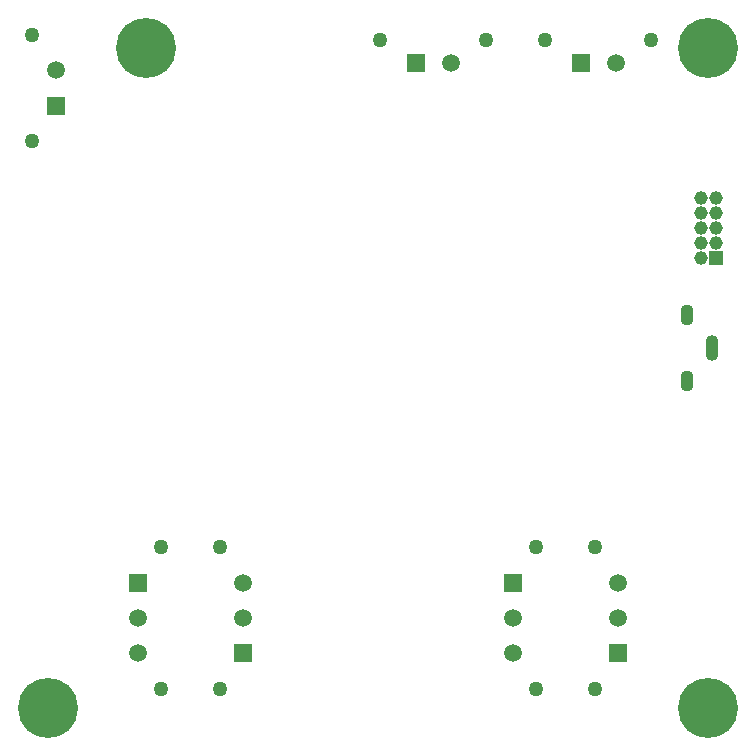
<source format=gbr>
%TF.GenerationSoftware,Altium Limited,Altium Designer,24.5.2 (23)*%
G04 Layer_Color=255*
%FSLAX45Y45*%
%MOMM*%
%TF.SameCoordinates,627A3E5C-85DC-498E-B9C8-82595492641C*%
%TF.FilePolarity,Positive*%
%TF.FileFunction,Pads,Bot*%
%TF.Part,Single*%
G01*
G75*
%TA.AperFunction,ViaPad*%
%ADD53C,5.08000*%
%TA.AperFunction,ComponentPad*%
%ADD54C,1.52000*%
%ADD55C,1.27000*%
%ADD56R,1.52000X1.52000*%
%ADD57R,1.15800X1.15800*%
%ADD58C,1.15800*%
%ADD59R,1.52000X1.52000*%
%ADD60O,1.10000X2.20000*%
%ADD61O,1.10000X1.80000*%
D53*
X1206500Y5969000D02*
D03*
X5969000D02*
D03*
Y381000D02*
D03*
X381000D02*
D03*
D54*
X2032000Y1443000D02*
D03*
Y1143000D02*
D03*
X444500Y5778500D02*
D03*
X5189500Y5842000D02*
D03*
X3792500D02*
D03*
X1143000Y1143000D02*
D03*
Y843000D02*
D03*
X4318000Y1143000D02*
D03*
Y843000D02*
D03*
X5207000Y1143000D02*
D03*
Y1443000D02*
D03*
D55*
X1836000Y1743000D02*
D03*
Y543000D02*
D03*
X248500Y5178500D02*
D03*
Y6078500D02*
D03*
X4589500Y6038000D02*
D03*
X5489500Y6038000D02*
D03*
X3192500Y6038000D02*
D03*
X4092500D02*
D03*
X1339000Y1743000D02*
D03*
Y543000D02*
D03*
X4514000Y1743000D02*
D03*
Y543000D02*
D03*
X5011000Y543000D02*
D03*
Y1743000D02*
D03*
D56*
X2032000Y843000D02*
D03*
X444500Y5478500D02*
D03*
X1143000Y1443000D02*
D03*
X4318000D02*
D03*
X5207000Y843000D02*
D03*
D57*
X6032500Y4191000D02*
D03*
D58*
Y4318000D02*
D03*
Y4572000D02*
D03*
X6032500Y4699000D02*
D03*
X5905501Y4191000D02*
D03*
X5905500Y4318001D02*
D03*
X5905500Y4445000D02*
D03*
X5905500Y4572000D02*
D03*
Y4699000D02*
D03*
X6032500Y4445000D02*
D03*
D59*
X4889500Y5842000D02*
D03*
X3492500D02*
D03*
D60*
X6006600Y3429000D02*
D03*
D61*
X5791600Y3709000D02*
D03*
Y3149000D02*
D03*
%TF.MD5,9d5fc499229795fb41a8d540c91060b2*%
M02*

</source>
